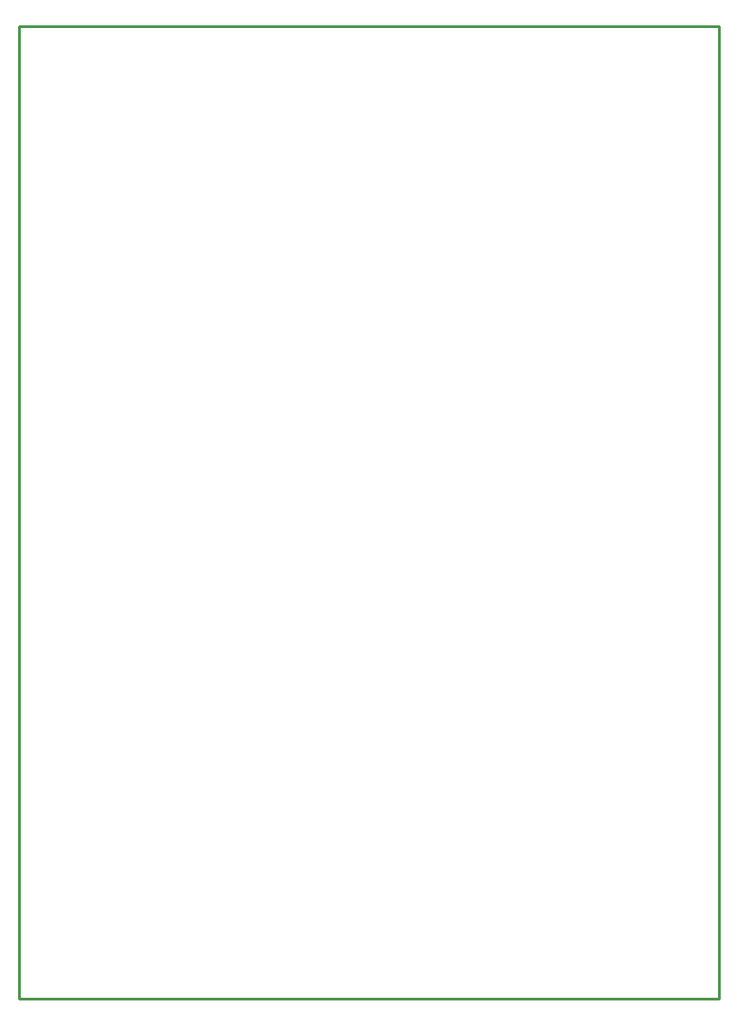
<source format=gbr>
G04 start of page 8 for group 6 idx 6 *
G04 Title: (unknown), outline *
G04 Creator: pcb 4.2.0 *
G04 CreationDate: Sat Jul  4 21:02:03 2020 UTC *
G04 For: commonadmin *
G04 Format: Gerber/RS-274X *
G04 PCB-Dimensions (mil): 3500.00 8250.00 *
G04 PCB-Coordinate-Origin: lower left *
%MOIN*%
%FSLAX25Y25*%
%LNOUTLINE*%
%ADD140C,0.0100*%
G54D140*X0Y825000D02*X257874D01*
Y466732D01*
X0D01*
Y825000D01*
M02*

</source>
